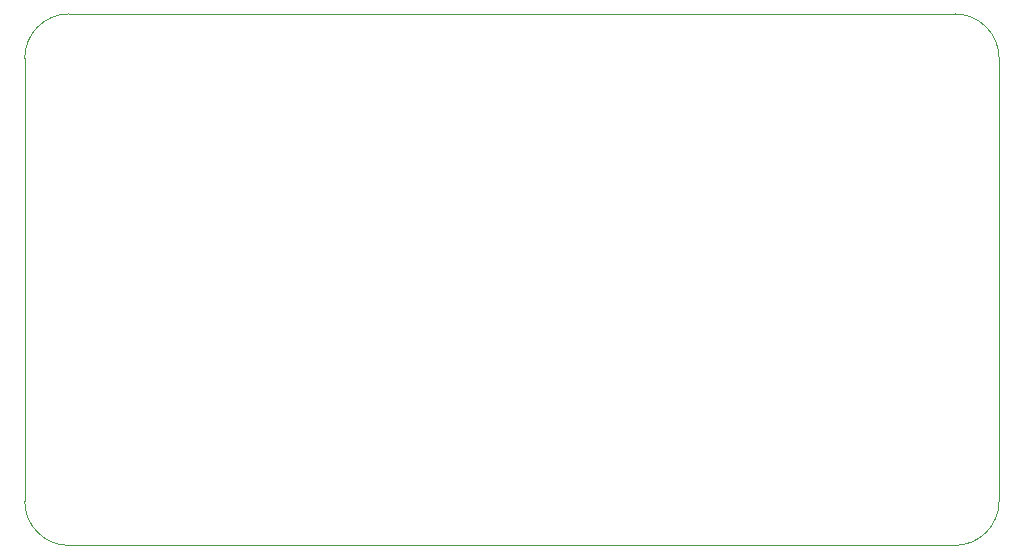
<source format=gbr>
%TF.GenerationSoftware,KiCad,Pcbnew,(5.1.6-0)*%
%TF.CreationDate,2023-05-05T19:20:00-07:00*%
%TF.ProjectId,LM1875x2_SMD_1206,4c4d3138-3735-4783-925f-534d445f3132,rev?*%
%TF.SameCoordinates,Original*%
%TF.FileFunction,Profile,NP*%
%FSLAX46Y46*%
G04 Gerber Fmt 4.6, Leading zero omitted, Abs format (unit mm)*
G04 Created by KiCad (PCBNEW (5.1.6-0)) date 2023-05-05 19:20:00*
%MOMM*%
%LPD*%
G01*
G04 APERTURE LIST*
%TA.AperFunction,Profile*%
%ADD10C,0.050000*%
%TD*%
G04 APERTURE END LIST*
D10*
X82500000Y-51250000D02*
G75*
G02*
X86250000Y-47500000I3750000J0D01*
G01*
X86250000Y-92500000D02*
G75*
G02*
X82500000Y-88750000I0J3750000D01*
G01*
X165000000Y-88750000D02*
G75*
G02*
X161250000Y-92500000I-3750000J0D01*
G01*
X161250000Y-47500000D02*
G75*
G02*
X165000000Y-51250000I0J-3750000D01*
G01*
X165000000Y-88750000D02*
X165000000Y-51250000D01*
X86250000Y-92500000D02*
X161250000Y-92500000D01*
X82500000Y-51250000D02*
X82500000Y-88750000D01*
X161250000Y-47500000D02*
X86250000Y-47500000D01*
M02*

</source>
